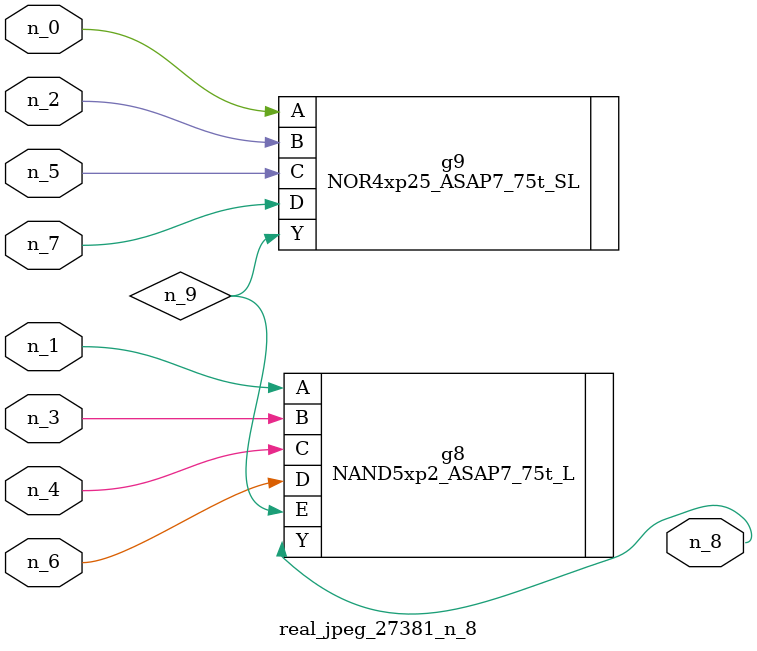
<source format=v>
module real_jpeg_27381_n_8 (n_5, n_4, n_0, n_1, n_2, n_6, n_7, n_3, n_8);

input n_5;
input n_4;
input n_0;
input n_1;
input n_2;
input n_6;
input n_7;
input n_3;

output n_8;

wire n_9;

NOR4xp25_ASAP7_75t_SL g9 ( 
.A(n_0),
.B(n_2),
.C(n_5),
.D(n_7),
.Y(n_9)
);

NAND5xp2_ASAP7_75t_L g8 ( 
.A(n_1),
.B(n_3),
.C(n_4),
.D(n_6),
.E(n_9),
.Y(n_8)
);


endmodule
</source>
